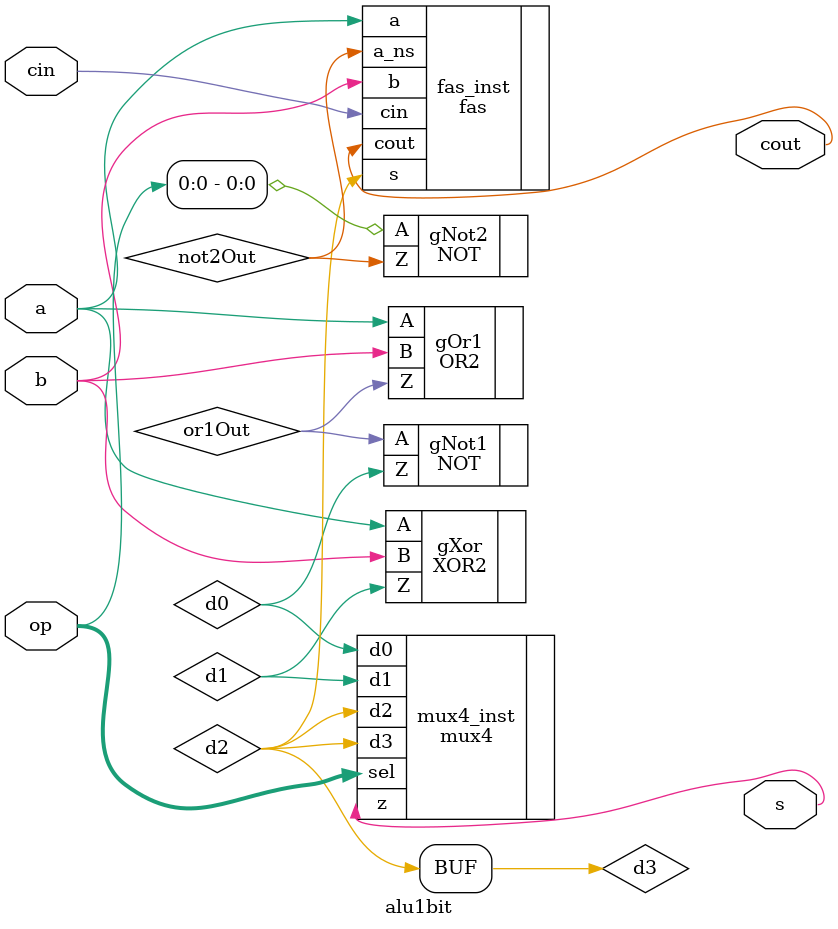
<source format=sv>
module alu1bit (
    input logic a,           // Input bit a
    input logic b,           // Input bit b
    input logic cin,         // Carry in
    input logic [1:0] op,    // Operation
    output logic s,          // Output S
    output logic cout        // Carry out
);

logic d0, d1, d2, d3;
logic or1Out, not2Out;

assign d2 = d3;


OR2  #(.Tpdhl(10), .Tpdlh(1)) gOr1 (.A(a), .B(b), .Z(or1Out));
NOT  #(.Tpdhl(1),  .Tpdlh(2)) gNot1 (.A(or1Out), .Z(d0));

XOR2 #(.Tpdhl(5),  .Tpdlh(10)) gXor (.A(a), .B(b), .Z(d1));

NOT  #(.Tpdhl(1),  .Tpdlh(2)) gNot2 (.A(op[0]), .Z(not2Out));
fas fas_inst(.a(a), .b(b), .cin(cin), .a_ns(not2Out), .s(d2), .cout(cout));

mux4 mux4_inst(.d0(d0), .d1(d1), .d2(d2), .d3(d3), .sel(op), .z(s));



endmodule

</source>
